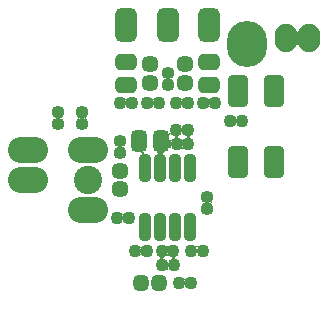
<source format=gbr>
%TF.GenerationSoftware,KiCad,Pcbnew,(6.0.5)*%
%TF.CreationDate,2022-06-14T23:06:24-04:00*%
%TF.ProjectId,1bp-m3,3162702d-6d33-42e6-9b69-6361645f7063,A*%
%TF.SameCoordinates,Original*%
%TF.FileFunction,Soldermask,Top*%
%TF.FilePolarity,Negative*%
%FSLAX46Y46*%
G04 Gerber Fmt 4.6, Leading zero omitted, Abs format (unit mm)*
G04 Created by KiCad (PCBNEW (6.0.5)) date 2022-06-14 23:06:24*
%MOMM*%
%LPD*%
G01*
G04 APERTURE LIST*
G04 Aperture macros list*
%AMRoundRect*
0 Rectangle with rounded corners*
0 $1 Rounding radius*
0 $2 $3 $4 $5 $6 $7 $8 $9 X,Y pos of 4 corners*
0 Add a 4 corners polygon primitive as box body*
4,1,4,$2,$3,$4,$5,$6,$7,$8,$9,$2,$3,0*
0 Add four circle primitives for the rounded corners*
1,1,$1+$1,$2,$3*
1,1,$1+$1,$4,$5*
1,1,$1+$1,$6,$7*
1,1,$1+$1,$8,$9*
0 Add four rect primitives between the rounded corners*
20,1,$1+$1,$2,$3,$4,$5,0*
20,1,$1+$1,$4,$5,$6,$7,0*
20,1,$1+$1,$6,$7,$8,$9,0*
20,1,$1+$1,$8,$9,$2,$3,0*%
G04 Aperture macros list end*
%ADD10C,2.400000*%
%ADD11O,3.400000X2.200000*%
%ADD12RoundRect,0.575000X-0.375000X-0.875000X0.375000X-0.875000X0.375000X0.875000X-0.375000X0.875000X0*%
%ADD13RoundRect,0.335000X-0.185000X0.135000X-0.185000X-0.135000X0.185000X-0.135000X0.185000X0.135000X0*%
%ADD14RoundRect,0.335000X-0.135000X-0.185000X0.135000X-0.185000X0.135000X0.185000X-0.135000X0.185000X0*%
%ADD15RoundRect,0.335000X0.135000X0.185000X-0.135000X0.185000X-0.135000X-0.185000X0.135000X-0.185000X0*%
%ADD16RoundRect,0.335000X0.185000X-0.135000X0.185000X0.135000X-0.185000X0.135000X-0.185000X-0.135000X0*%
%ADD17RoundRect,0.450000X-0.475000X0.250000X-0.475000X-0.250000X0.475000X-0.250000X0.475000X0.250000X0*%
%ADD18RoundRect,0.425000X-0.250000X0.225000X-0.250000X-0.225000X0.250000X-0.225000X0.250000X0.225000X0*%
%ADD19RoundRect,0.425000X0.225000X0.250000X-0.225000X0.250000X-0.225000X-0.250000X0.225000X-0.250000X0*%
%ADD20RoundRect,0.340000X-0.140000X-0.170000X0.140000X-0.170000X0.140000X0.170000X-0.140000X0.170000X0*%
%ADD21RoundRect,0.350000X-0.150000X0.825000X-0.150000X-0.825000X0.150000X-0.825000X0.150000X0.825000X0*%
%ADD22RoundRect,0.450000X-0.250000X-0.475000X0.250000X-0.475000X0.250000X0.475000X-0.250000X0.475000X0*%
%ADD23RoundRect,0.450000X-0.412500X-0.925000X0.412500X-0.925000X0.412500X0.925000X-0.412500X0.925000X0*%
%ADD24O,1.900000X2.400000*%
%ADD25O,3.400000X3.900000*%
G04 APERTURE END LIST*
D10*
X123000000Y-93040000D03*
D11*
X117920000Y-90500000D03*
X123000000Y-90500000D03*
X117920000Y-93040000D03*
X123000000Y-95580000D03*
D12*
X126250000Y-79900000D03*
X133250000Y-79900000D03*
D13*
X129750007Y-83990009D03*
X129750007Y-85010009D03*
D14*
X130490000Y-86500000D03*
X131510000Y-86500000D03*
D15*
X129010000Y-86500000D03*
X127990000Y-86500000D03*
D16*
X125749990Y-90760010D03*
X125749990Y-89740010D03*
D15*
X126760000Y-86500000D03*
X125740000Y-86500000D03*
D14*
X130740000Y-101750000D03*
X131760000Y-101750000D03*
X126990000Y-99000000D03*
X128010000Y-99000000D03*
X132740000Y-86500000D03*
X133760000Y-86500000D03*
D17*
X126250000Y-83050000D03*
X126250000Y-84950000D03*
X133250000Y-83050000D03*
X133250000Y-84950000D03*
D18*
X125750000Y-92225000D03*
X125750000Y-93775000D03*
X128250010Y-83225010D03*
X128250010Y-84775010D03*
D19*
X129025000Y-101750000D03*
X127475000Y-101750000D03*
D18*
X131250000Y-83225000D03*
X131250000Y-84775000D03*
D12*
X129750000Y-79900000D03*
D14*
X130490000Y-88750000D03*
X131510000Y-88750000D03*
D16*
X133100000Y-95510000D03*
X133100000Y-94490000D03*
X122500000Y-88260000D03*
X122500000Y-87240000D03*
X120500000Y-88260000D03*
X120500000Y-87240000D03*
D20*
X130520000Y-90000000D03*
X131480000Y-90000000D03*
X129270000Y-99000000D03*
X130230000Y-99000000D03*
D14*
X129240000Y-100250000D03*
X130260000Y-100250000D03*
D20*
X131770002Y-99000005D03*
X132730002Y-99000005D03*
D21*
X131655007Y-92024989D03*
X130385007Y-92024989D03*
X129115007Y-92024989D03*
X127845007Y-92024989D03*
X127845007Y-96974989D03*
X129115007Y-96974989D03*
X130385007Y-96974989D03*
X131655007Y-96974989D03*
D22*
X127300010Y-89750011D03*
X129200010Y-89750011D03*
D23*
X135712500Y-91500000D03*
X138787500Y-91500000D03*
D14*
X134990000Y-88000000D03*
X136010000Y-88000000D03*
D23*
X135712492Y-85500007D03*
X138787492Y-85500007D03*
D14*
X125490000Y-96250000D03*
X126510000Y-96250000D03*
D24*
X141750000Y-81000000D03*
X139750000Y-81000000D03*
D25*
X136500000Y-81500000D03*
G36*
X131156720Y-101384331D02*
G01*
X131206306Y-101421951D01*
X131275356Y-101427335D01*
X131336547Y-101394431D01*
X131340559Y-101389801D01*
X131342449Y-101389147D01*
X131343960Y-101390457D01*
X131343883Y-101391956D01*
X131303358Y-101478863D01*
X131292000Y-101565132D01*
X131292000Y-101934868D01*
X131303358Y-102021137D01*
X131346302Y-102113231D01*
X131346127Y-102115223D01*
X131344315Y-102116068D01*
X131343280Y-102115669D01*
X131293694Y-102078049D01*
X131224644Y-102072665D01*
X131163453Y-102105569D01*
X131159441Y-102110199D01*
X131157551Y-102110853D01*
X131156040Y-102109543D01*
X131156117Y-102108044D01*
X131196642Y-102021137D01*
X131208000Y-101934868D01*
X131208000Y-101565132D01*
X131196642Y-101478863D01*
X131153698Y-101386769D01*
X131153873Y-101384777D01*
X131155685Y-101383932D01*
X131156720Y-101384331D01*
G37*
G36*
X129656720Y-99884331D02*
G01*
X129706306Y-99921951D01*
X129775356Y-99927335D01*
X129836547Y-99894431D01*
X129840559Y-99889801D01*
X129842449Y-99889147D01*
X129843960Y-99890457D01*
X129843883Y-99891956D01*
X129803358Y-99978863D01*
X129792000Y-100065132D01*
X129792000Y-100434868D01*
X129803358Y-100521137D01*
X129846302Y-100613231D01*
X129846127Y-100615223D01*
X129844315Y-100616068D01*
X129843280Y-100615669D01*
X129793694Y-100578049D01*
X129724644Y-100572665D01*
X129663453Y-100605569D01*
X129659441Y-100610199D01*
X129657551Y-100610853D01*
X129656040Y-100609543D01*
X129656117Y-100608044D01*
X129696642Y-100521137D01*
X129708000Y-100434868D01*
X129708000Y-100065132D01*
X129696642Y-99978863D01*
X129653698Y-99886769D01*
X129653873Y-99884777D01*
X129655685Y-99883932D01*
X129656720Y-99884331D01*
G37*
G36*
X130445220Y-99499088D02*
G01*
X130445481Y-99501071D01*
X130444800Y-99501930D01*
X130391586Y-99540188D01*
X130366137Y-99604602D01*
X130379552Y-99672547D01*
X130427716Y-99722604D01*
X130447876Y-99731811D01*
X130462344Y-99736892D01*
X130463647Y-99738409D01*
X130462984Y-99740296D01*
X130461420Y-99740762D01*
X130394868Y-99732000D01*
X130125132Y-99732000D01*
X130048905Y-99742036D01*
X130047057Y-99741271D01*
X130046796Y-99739288D01*
X130047477Y-99738429D01*
X130098413Y-99701809D01*
X130123862Y-99637396D01*
X130110448Y-99569450D01*
X130062284Y-99519393D01*
X130042124Y-99510186D01*
X130021560Y-99502964D01*
X130020257Y-99501447D01*
X130020920Y-99499560D01*
X130022484Y-99499094D01*
X130090132Y-99508000D01*
X130369868Y-99508000D01*
X130443372Y-99498323D01*
X130445220Y-99499088D01*
G37*
G36*
X129130132Y-99508000D02*
G01*
X129409868Y-99508000D01*
X129477516Y-99499094D01*
X129479364Y-99499859D01*
X129479625Y-99501842D01*
X129478440Y-99502964D01*
X129458063Y-99510120D01*
X129401587Y-99550723D01*
X129376138Y-99615136D01*
X129389552Y-99683082D01*
X129437716Y-99733139D01*
X129447527Y-99737620D01*
X129448687Y-99739249D01*
X129447856Y-99741068D01*
X129446435Y-99741422D01*
X129374868Y-99732000D01*
X129105132Y-99732000D01*
X129038580Y-99740762D01*
X129036732Y-99739997D01*
X129036471Y-99738014D01*
X129037656Y-99736892D01*
X129051937Y-99731877D01*
X129108413Y-99691274D01*
X129133862Y-99626861D01*
X129120448Y-99558915D01*
X129072284Y-99508858D01*
X129058356Y-99502496D01*
X129057196Y-99500867D01*
X129058027Y-99499048D01*
X129059448Y-99498694D01*
X129130132Y-99508000D01*
G37*
G36*
X132251220Y-99168418D02*
G01*
X132251985Y-99169744D01*
X132263530Y-99257436D01*
X132313154Y-99363857D01*
X132372339Y-99423042D01*
X132372857Y-99424974D01*
X132371443Y-99426388D01*
X132369737Y-99426065D01*
X132349392Y-99411038D01*
X132349313Y-99410960D01*
X132293695Y-99368764D01*
X132224645Y-99363381D01*
X132163455Y-99396285D01*
X132150967Y-99410696D01*
X132150960Y-99410690D01*
X132150612Y-99411038D01*
X132130267Y-99426065D01*
X132128280Y-99426289D01*
X132127092Y-99424681D01*
X132127665Y-99423042D01*
X132186850Y-99363857D01*
X132236474Y-99257436D01*
X132248019Y-99169744D01*
X132249237Y-99168157D01*
X132251220Y-99168418D01*
G37*
G36*
X129751218Y-99168413D02*
G01*
X129751983Y-99169739D01*
X129763528Y-99257431D01*
X129813152Y-99363852D01*
X129872337Y-99423037D01*
X129872855Y-99424969D01*
X129871441Y-99426383D01*
X129869735Y-99426060D01*
X129849390Y-99411033D01*
X129849311Y-99410955D01*
X129793693Y-99368759D01*
X129724643Y-99363376D01*
X129663453Y-99396280D01*
X129650965Y-99410691D01*
X129650958Y-99410685D01*
X129650610Y-99411033D01*
X129630265Y-99426060D01*
X129628278Y-99426284D01*
X129627090Y-99424676D01*
X129627663Y-99423037D01*
X129686848Y-99363852D01*
X129736472Y-99257431D01*
X129748017Y-99169739D01*
X129749235Y-99168152D01*
X129751218Y-99168413D01*
G37*
G36*
X127406720Y-98634331D02*
G01*
X127456306Y-98671951D01*
X127525356Y-98677335D01*
X127586547Y-98644431D01*
X127590559Y-98639801D01*
X127592449Y-98639147D01*
X127593960Y-98640457D01*
X127593883Y-98641956D01*
X127553358Y-98728863D01*
X127542000Y-98815132D01*
X127542000Y-99184868D01*
X127553358Y-99271137D01*
X127596302Y-99363231D01*
X127596127Y-99365223D01*
X127594315Y-99366068D01*
X127593280Y-99365669D01*
X127543694Y-99328049D01*
X127474644Y-99322665D01*
X127413453Y-99355569D01*
X127409441Y-99360199D01*
X127407551Y-99360853D01*
X127406040Y-99359543D01*
X127406117Y-99358044D01*
X127446642Y-99271137D01*
X127458000Y-99184868D01*
X127458000Y-98815132D01*
X127446642Y-98728863D01*
X127403698Y-98636769D01*
X127403873Y-98634777D01*
X127405685Y-98633932D01*
X127406720Y-98634331D01*
G37*
G36*
X132130267Y-98573945D02*
G01*
X132150612Y-98588972D01*
X132150691Y-98589050D01*
X132206309Y-98631246D01*
X132275359Y-98636629D01*
X132336549Y-98603725D01*
X132349037Y-98589314D01*
X132349044Y-98589320D01*
X132349392Y-98588972D01*
X132369737Y-98573945D01*
X132371724Y-98573721D01*
X132372912Y-98575329D01*
X132372339Y-98576968D01*
X132313154Y-98636153D01*
X132263530Y-98742574D01*
X132251985Y-98830266D01*
X132250767Y-98831853D01*
X132248784Y-98831592D01*
X132248019Y-98830266D01*
X132236474Y-98742574D01*
X132186850Y-98636153D01*
X132127665Y-98576968D01*
X132127147Y-98575036D01*
X132128561Y-98573622D01*
X132130267Y-98573945D01*
G37*
G36*
X129630265Y-98573940D02*
G01*
X129650610Y-98588967D01*
X129650689Y-98589045D01*
X129706307Y-98631241D01*
X129775357Y-98636624D01*
X129836547Y-98603720D01*
X129849035Y-98589309D01*
X129849042Y-98589315D01*
X129849390Y-98588967D01*
X129869735Y-98573940D01*
X129871722Y-98573716D01*
X129872910Y-98575324D01*
X129872337Y-98576963D01*
X129813152Y-98636148D01*
X129763528Y-98742569D01*
X129751983Y-98830261D01*
X129750765Y-98831848D01*
X129748782Y-98831587D01*
X129748017Y-98830261D01*
X129736472Y-98742569D01*
X129686848Y-98636148D01*
X129627663Y-98576963D01*
X129627145Y-98575031D01*
X129628559Y-98573617D01*
X129630265Y-98573940D01*
G37*
G36*
X125906720Y-95884331D02*
G01*
X125956306Y-95921951D01*
X126025356Y-95927335D01*
X126086547Y-95894431D01*
X126090559Y-95889801D01*
X126092449Y-95889147D01*
X126093960Y-95890457D01*
X126093883Y-95891956D01*
X126053358Y-95978863D01*
X126042000Y-96065132D01*
X126042000Y-96434868D01*
X126053358Y-96521137D01*
X126096302Y-96613231D01*
X126096127Y-96615223D01*
X126094315Y-96616068D01*
X126093280Y-96615669D01*
X126043694Y-96578049D01*
X125974644Y-96572665D01*
X125913453Y-96605569D01*
X125909441Y-96610199D01*
X125907551Y-96610853D01*
X125906040Y-96609543D01*
X125906117Y-96608044D01*
X125946642Y-96521137D01*
X125958000Y-96434868D01*
X125958000Y-96065132D01*
X125946642Y-95978863D01*
X125903698Y-95886769D01*
X125903873Y-95884777D01*
X125905685Y-95883932D01*
X125906720Y-95884331D01*
G37*
G36*
X133465223Y-94903873D02*
G01*
X133466068Y-94905685D01*
X133465669Y-94906720D01*
X133428049Y-94956306D01*
X133422665Y-95025356D01*
X133455569Y-95086547D01*
X133460199Y-95090559D01*
X133460853Y-95092449D01*
X133459543Y-95093960D01*
X133458044Y-95093883D01*
X133371137Y-95053358D01*
X133284868Y-95042000D01*
X132915132Y-95042000D01*
X132828863Y-95053358D01*
X132736769Y-95096302D01*
X132734777Y-95096127D01*
X132733932Y-95094315D01*
X132734331Y-95093280D01*
X132771951Y-95043694D01*
X132777335Y-94974644D01*
X132744431Y-94913453D01*
X132739801Y-94909441D01*
X132739147Y-94907551D01*
X132740457Y-94906040D01*
X132741956Y-94906117D01*
X132828863Y-94946642D01*
X132915132Y-94958000D01*
X133284868Y-94958000D01*
X133371137Y-94946642D01*
X133463231Y-94903698D01*
X133465223Y-94903873D01*
G37*
G36*
X127823271Y-90577643D02*
G01*
X127822502Y-90579455D01*
X127764220Y-90624176D01*
X127765160Y-90625401D01*
X127765421Y-90627384D01*
X127764828Y-90628176D01*
X127731675Y-90654897D01*
X127709807Y-90720613D01*
X127726941Y-90787718D01*
X127777677Y-90834949D01*
X127833101Y-90848043D01*
X127834557Y-90849414D01*
X127834097Y-90851360D01*
X127832641Y-90851989D01*
X127695154Y-90851989D01*
X127595029Y-90866685D01*
X127514932Y-90906011D01*
X127512937Y-90905877D01*
X127512056Y-90904082D01*
X127512852Y-90902616D01*
X127518199Y-90898609D01*
X127559855Y-90842898D01*
X127564756Y-90773814D01*
X127531531Y-90713047D01*
X127470560Y-90679799D01*
X127444462Y-90677000D01*
X127442846Y-90675821D01*
X127443059Y-90673832D01*
X127444675Y-90673011D01*
X127549917Y-90673011D01*
X127633899Y-90665072D01*
X127759632Y-90620918D01*
X127820096Y-90576259D01*
X127822083Y-90576035D01*
X127823271Y-90577643D01*
G37*
G36*
X128866121Y-90665072D02*
G01*
X128950103Y-90673011D01*
X129449917Y-90673011D01*
X129481788Y-90669998D01*
X129483606Y-90670830D01*
X129483794Y-90672822D01*
X129482785Y-90673818D01*
X129426205Y-90698849D01*
X129388070Y-90756663D01*
X129387246Y-90825917D01*
X129424130Y-90884839D01*
X129431862Y-90891150D01*
X129446917Y-90902434D01*
X129447704Y-90904273D01*
X129446504Y-90905873D01*
X129444840Y-90905831D01*
X129364400Y-90866510D01*
X129264862Y-90851989D01*
X128965154Y-90851989D01*
X128865029Y-90866685D01*
X128784933Y-90906011D01*
X128782938Y-90905877D01*
X128782057Y-90904082D01*
X128782853Y-90902616D01*
X128796342Y-90892506D01*
X128796839Y-90892233D01*
X128817266Y-90884575D01*
X128872879Y-90842799D01*
X128896973Y-90777867D01*
X128882139Y-90710216D01*
X128832910Y-90661152D01*
X128821376Y-90655645D01*
X128788855Y-90642175D01*
X128787637Y-90640588D01*
X128788402Y-90638740D01*
X128790283Y-90638440D01*
X128866121Y-90665072D01*
G37*
G36*
X131001218Y-90168413D02*
G01*
X131001983Y-90169739D01*
X131013528Y-90257431D01*
X131063152Y-90363852D01*
X131122337Y-90423037D01*
X131122855Y-90424969D01*
X131121441Y-90426383D01*
X131119735Y-90426060D01*
X131099390Y-90411033D01*
X131099311Y-90410955D01*
X131043693Y-90368759D01*
X130974643Y-90363376D01*
X130913453Y-90396280D01*
X130900965Y-90410691D01*
X130900958Y-90410685D01*
X130900610Y-90411033D01*
X130880265Y-90426060D01*
X130878278Y-90426284D01*
X130877090Y-90424676D01*
X130877663Y-90423037D01*
X130936848Y-90363852D01*
X130986472Y-90257431D01*
X130998017Y-90169739D01*
X130999235Y-90168152D01*
X131001218Y-90168413D01*
G37*
G36*
X129901929Y-89536091D02*
G01*
X129921605Y-89603103D01*
X129973948Y-89648458D01*
X130042501Y-89658315D01*
X130103251Y-89630571D01*
X130105242Y-89630761D01*
X130106073Y-89632580D01*
X130105496Y-89633804D01*
X130103152Y-89636148D01*
X130053528Y-89742569D01*
X130042000Y-89830132D01*
X130042000Y-90169868D01*
X130053528Y-90257431D01*
X130092531Y-90341074D01*
X130092356Y-90343066D01*
X130090544Y-90343911D01*
X130089109Y-90343107D01*
X130087807Y-90341344D01*
X130032392Y-90299303D01*
X129963343Y-90293919D01*
X129902264Y-90326763D01*
X129874987Y-90367302D01*
X129867174Y-90386166D01*
X129865587Y-90387384D01*
X129863739Y-90386619D01*
X129863439Y-90384738D01*
X129890071Y-90308900D01*
X129898010Y-90224918D01*
X129898010Y-89536654D01*
X129899010Y-89534922D01*
X129901010Y-89534922D01*
X129901929Y-89536091D01*
G37*
G36*
X126115213Y-90153883D02*
G01*
X126116058Y-90155695D01*
X126115659Y-90156730D01*
X126078039Y-90206316D01*
X126072655Y-90275366D01*
X126105559Y-90336557D01*
X126110189Y-90340569D01*
X126110843Y-90342459D01*
X126109533Y-90343970D01*
X126108034Y-90343893D01*
X126021127Y-90303368D01*
X125934858Y-90292010D01*
X125565122Y-90292010D01*
X125478853Y-90303368D01*
X125386759Y-90346312D01*
X125384767Y-90346137D01*
X125383922Y-90344325D01*
X125384321Y-90343290D01*
X125421941Y-90293704D01*
X125427325Y-90224654D01*
X125394421Y-90163463D01*
X125389791Y-90159451D01*
X125389137Y-90157561D01*
X125390447Y-90156050D01*
X125391946Y-90156127D01*
X125478853Y-90196652D01*
X125565122Y-90208010D01*
X125934858Y-90208010D01*
X126021127Y-90196652D01*
X126113221Y-90153708D01*
X126115213Y-90153883D01*
G37*
G36*
X130880265Y-89573940D02*
G01*
X130900610Y-89588967D01*
X130900689Y-89589045D01*
X130956307Y-89631241D01*
X131025357Y-89636624D01*
X131086547Y-89603720D01*
X131099035Y-89589309D01*
X131099042Y-89589315D01*
X131099390Y-89588967D01*
X131119735Y-89573940D01*
X131121722Y-89573716D01*
X131122910Y-89575324D01*
X131122337Y-89576963D01*
X131063152Y-89636148D01*
X131013528Y-89742569D01*
X131001983Y-89830261D01*
X131000765Y-89831848D01*
X130998782Y-89831587D01*
X130998017Y-89830261D01*
X130986472Y-89742569D01*
X130936848Y-89636148D01*
X130877663Y-89576963D01*
X130877145Y-89575031D01*
X130878559Y-89573617D01*
X130880265Y-89573940D01*
G37*
G36*
X130702943Y-89258729D02*
G01*
X130703204Y-89260712D01*
X130702523Y-89261571D01*
X130651587Y-89298191D01*
X130626138Y-89362604D01*
X130639552Y-89430550D01*
X130687716Y-89480607D01*
X130707876Y-89489814D01*
X130728440Y-89497036D01*
X130729743Y-89498553D01*
X130729080Y-89500440D01*
X130727516Y-89500906D01*
X130659868Y-89492000D01*
X130380132Y-89492000D01*
X130306628Y-89501677D01*
X130304780Y-89500912D01*
X130304519Y-89498929D01*
X130305200Y-89498070D01*
X130358414Y-89459812D01*
X130383863Y-89395398D01*
X130370448Y-89327453D01*
X130322284Y-89277396D01*
X130302124Y-89268189D01*
X130287656Y-89263108D01*
X130286353Y-89261591D01*
X130287016Y-89259704D01*
X130288580Y-89259238D01*
X130355132Y-89268000D01*
X130624868Y-89268000D01*
X130701095Y-89257964D01*
X130702943Y-89258729D01*
G37*
G36*
X131375132Y-89268000D02*
G01*
X131644868Y-89268000D01*
X131711420Y-89259238D01*
X131713268Y-89260003D01*
X131713529Y-89261986D01*
X131712344Y-89263108D01*
X131698063Y-89268123D01*
X131641587Y-89308726D01*
X131616138Y-89373139D01*
X131629552Y-89441085D01*
X131677716Y-89491142D01*
X131691644Y-89497504D01*
X131692804Y-89499133D01*
X131691973Y-89500952D01*
X131690552Y-89501306D01*
X131619868Y-89492000D01*
X131340132Y-89492000D01*
X131272484Y-89500906D01*
X131270636Y-89500141D01*
X131270375Y-89498158D01*
X131271560Y-89497036D01*
X131291937Y-89489880D01*
X131348413Y-89449277D01*
X131373862Y-89384864D01*
X131360448Y-89316918D01*
X131312284Y-89266861D01*
X131302473Y-89262380D01*
X131301313Y-89260751D01*
X131302144Y-89258932D01*
X131303565Y-89258578D01*
X131375132Y-89268000D01*
G37*
G36*
X130021170Y-88916865D02*
G01*
X130022000Y-88918487D01*
X130022000Y-88934868D01*
X130033358Y-89021137D01*
X130082248Y-89125984D01*
X130140459Y-89184195D01*
X130140977Y-89186127D01*
X130139563Y-89187541D01*
X130137857Y-89187218D01*
X130104049Y-89162247D01*
X130103056Y-89162680D01*
X130102071Y-89162286D01*
X130065312Y-89134400D01*
X129996263Y-89129017D01*
X129935267Y-89161818D01*
X129901628Y-89222493D01*
X129900150Y-89255444D01*
X129899073Y-89257129D01*
X129897075Y-89257040D01*
X129896161Y-89255542D01*
X129890071Y-89191122D01*
X129845917Y-89065389D01*
X129794796Y-88996177D01*
X129794572Y-88994190D01*
X129796180Y-88993002D01*
X129797584Y-88993374D01*
X129853421Y-89034145D01*
X129922556Y-89038264D01*
X129982943Y-89004351D01*
X130015502Y-88943000D01*
X130018010Y-88918285D01*
X130019180Y-88916663D01*
X130021170Y-88916865D01*
G37*
G36*
X130906720Y-88384331D02*
G01*
X130956306Y-88421951D01*
X131025356Y-88427335D01*
X131086547Y-88394431D01*
X131090559Y-88389801D01*
X131092449Y-88389147D01*
X131093960Y-88390457D01*
X131093883Y-88391956D01*
X131053358Y-88478863D01*
X131042000Y-88565132D01*
X131042000Y-88934868D01*
X131053358Y-89021137D01*
X131096302Y-89113231D01*
X131096127Y-89115223D01*
X131094315Y-89116068D01*
X131093280Y-89115669D01*
X131043694Y-89078049D01*
X130974644Y-89072665D01*
X130913453Y-89105569D01*
X130909441Y-89110199D01*
X130907551Y-89110853D01*
X130906040Y-89109543D01*
X130906117Y-89108044D01*
X130946642Y-89021137D01*
X130958000Y-88934868D01*
X130958000Y-88565132D01*
X130946642Y-88478863D01*
X130903698Y-88386769D01*
X130903873Y-88384777D01*
X130905685Y-88383932D01*
X130906720Y-88384331D01*
G37*
G36*
X135406720Y-87634331D02*
G01*
X135456306Y-87671951D01*
X135525356Y-87677335D01*
X135586547Y-87644431D01*
X135590559Y-87639801D01*
X135592449Y-87639147D01*
X135593960Y-87640457D01*
X135593883Y-87641956D01*
X135553358Y-87728863D01*
X135542000Y-87815132D01*
X135542000Y-88184868D01*
X135553358Y-88271137D01*
X135596302Y-88363231D01*
X135596127Y-88365223D01*
X135594315Y-88366068D01*
X135593280Y-88365669D01*
X135543694Y-88328049D01*
X135474644Y-88322665D01*
X135413453Y-88355569D01*
X135409441Y-88360199D01*
X135407551Y-88360853D01*
X135406040Y-88359543D01*
X135406117Y-88358044D01*
X135446642Y-88271137D01*
X135458000Y-88184868D01*
X135458000Y-87815132D01*
X135446642Y-87728863D01*
X135403698Y-87636769D01*
X135403873Y-87634777D01*
X135405685Y-87633932D01*
X135406720Y-87634331D01*
G37*
G36*
X122865223Y-87653873D02*
G01*
X122866068Y-87655685D01*
X122865669Y-87656720D01*
X122828049Y-87706306D01*
X122822665Y-87775356D01*
X122855569Y-87836547D01*
X122860199Y-87840559D01*
X122860853Y-87842449D01*
X122859543Y-87843960D01*
X122858044Y-87843883D01*
X122771137Y-87803358D01*
X122684868Y-87792000D01*
X122315132Y-87792000D01*
X122228863Y-87803358D01*
X122136769Y-87846302D01*
X122134777Y-87846127D01*
X122133932Y-87844315D01*
X122134331Y-87843280D01*
X122171951Y-87793694D01*
X122177335Y-87724644D01*
X122144431Y-87663453D01*
X122139801Y-87659441D01*
X122139147Y-87657551D01*
X122140457Y-87656040D01*
X122141956Y-87656117D01*
X122228863Y-87696642D01*
X122315132Y-87708000D01*
X122684868Y-87708000D01*
X122771137Y-87696642D01*
X122863231Y-87653698D01*
X122865223Y-87653873D01*
G37*
G36*
X120865223Y-87653873D02*
G01*
X120866068Y-87655685D01*
X120865669Y-87656720D01*
X120828049Y-87706306D01*
X120822665Y-87775356D01*
X120855569Y-87836547D01*
X120860199Y-87840559D01*
X120860853Y-87842449D01*
X120859543Y-87843960D01*
X120858044Y-87843883D01*
X120771137Y-87803358D01*
X120684868Y-87792000D01*
X120315132Y-87792000D01*
X120228863Y-87803358D01*
X120136769Y-87846302D01*
X120134777Y-87846127D01*
X120133932Y-87844315D01*
X120134331Y-87843280D01*
X120171951Y-87793694D01*
X120177335Y-87724644D01*
X120144431Y-87663453D01*
X120139801Y-87659441D01*
X120139147Y-87657551D01*
X120140457Y-87656040D01*
X120141956Y-87656117D01*
X120228863Y-87696642D01*
X120315132Y-87708000D01*
X120684868Y-87708000D01*
X120771137Y-87696642D01*
X120863231Y-87653698D01*
X120865223Y-87653873D01*
G37*
G36*
X130906720Y-86134331D02*
G01*
X130956306Y-86171951D01*
X131025356Y-86177335D01*
X131086547Y-86144431D01*
X131090559Y-86139801D01*
X131092449Y-86139147D01*
X131093960Y-86140457D01*
X131093883Y-86141956D01*
X131053358Y-86228863D01*
X131042000Y-86315132D01*
X131042000Y-86684868D01*
X131053358Y-86771137D01*
X131096302Y-86863231D01*
X131096127Y-86865223D01*
X131094315Y-86866068D01*
X131093280Y-86865669D01*
X131043694Y-86828049D01*
X130974644Y-86822665D01*
X130913453Y-86855569D01*
X130909441Y-86860199D01*
X130907551Y-86860853D01*
X130906040Y-86859543D01*
X130906117Y-86858044D01*
X130946642Y-86771137D01*
X130958000Y-86684868D01*
X130958000Y-86315132D01*
X130946642Y-86228863D01*
X130903698Y-86136769D01*
X130903873Y-86134777D01*
X130905685Y-86133932D01*
X130906720Y-86134331D01*
G37*
G36*
X128406720Y-86134331D02*
G01*
X128456306Y-86171951D01*
X128525356Y-86177335D01*
X128586547Y-86144431D01*
X128590559Y-86139801D01*
X128592449Y-86139147D01*
X128593960Y-86140457D01*
X128593883Y-86141956D01*
X128553358Y-86228863D01*
X128542000Y-86315132D01*
X128542000Y-86684868D01*
X128553358Y-86771137D01*
X128596302Y-86863231D01*
X128596127Y-86865223D01*
X128594315Y-86866068D01*
X128593280Y-86865669D01*
X128543694Y-86828049D01*
X128474644Y-86822665D01*
X128413453Y-86855569D01*
X128409441Y-86860199D01*
X128407551Y-86860853D01*
X128406040Y-86859543D01*
X128406117Y-86858044D01*
X128446642Y-86771137D01*
X128458000Y-86684868D01*
X128458000Y-86315132D01*
X128446642Y-86228863D01*
X128403698Y-86136769D01*
X128403873Y-86134777D01*
X128405685Y-86133932D01*
X128406720Y-86134331D01*
G37*
G36*
X126156720Y-86134331D02*
G01*
X126206306Y-86171951D01*
X126275356Y-86177335D01*
X126336547Y-86144431D01*
X126340559Y-86139801D01*
X126342449Y-86139147D01*
X126343960Y-86140457D01*
X126343883Y-86141956D01*
X126303358Y-86228863D01*
X126292000Y-86315132D01*
X126292000Y-86684868D01*
X126303358Y-86771137D01*
X126346302Y-86863231D01*
X126346127Y-86865223D01*
X126344315Y-86866068D01*
X126343280Y-86865669D01*
X126293694Y-86828049D01*
X126224644Y-86822665D01*
X126163453Y-86855569D01*
X126159441Y-86860199D01*
X126157551Y-86860853D01*
X126156040Y-86859543D01*
X126156117Y-86858044D01*
X126196642Y-86771137D01*
X126208000Y-86684868D01*
X126208000Y-86315132D01*
X126196642Y-86228863D01*
X126153698Y-86136769D01*
X126153873Y-86134777D01*
X126155685Y-86133932D01*
X126156720Y-86134331D01*
G37*
G36*
X133156720Y-86134331D02*
G01*
X133206306Y-86171951D01*
X133275356Y-86177335D01*
X133336547Y-86144431D01*
X133340559Y-86139801D01*
X133342449Y-86139147D01*
X133343960Y-86140457D01*
X133343883Y-86141956D01*
X133303358Y-86228863D01*
X133292000Y-86315132D01*
X133292000Y-86684868D01*
X133303358Y-86771137D01*
X133346302Y-86863231D01*
X133346127Y-86865223D01*
X133344315Y-86866068D01*
X133343280Y-86865669D01*
X133293694Y-86828049D01*
X133224644Y-86822665D01*
X133163453Y-86855569D01*
X133159441Y-86860199D01*
X133157551Y-86860853D01*
X133156040Y-86859543D01*
X133156117Y-86858044D01*
X133196642Y-86771137D01*
X133208000Y-86684868D01*
X133208000Y-86315132D01*
X133196642Y-86228863D01*
X133153698Y-86136769D01*
X133153873Y-86134777D01*
X133155685Y-86133932D01*
X133156720Y-86134331D01*
G37*
G36*
X130115230Y-84403882D02*
G01*
X130116075Y-84405694D01*
X130115676Y-84406729D01*
X130078056Y-84456315D01*
X130072672Y-84525365D01*
X130105576Y-84586556D01*
X130110206Y-84590568D01*
X130110860Y-84592458D01*
X130109550Y-84593969D01*
X130108051Y-84593892D01*
X130021144Y-84553367D01*
X129934875Y-84542009D01*
X129565139Y-84542009D01*
X129478870Y-84553367D01*
X129386776Y-84596311D01*
X129384784Y-84596136D01*
X129383939Y-84594324D01*
X129384338Y-84593289D01*
X129421958Y-84543703D01*
X129427342Y-84474653D01*
X129394438Y-84413462D01*
X129389808Y-84409450D01*
X129389154Y-84407560D01*
X129390464Y-84406049D01*
X129391963Y-84406126D01*
X129478870Y-84446651D01*
X129565139Y-84458009D01*
X129934875Y-84458009D01*
X130021144Y-84446651D01*
X130113238Y-84403707D01*
X130115230Y-84403882D01*
G37*
G36*
X140629307Y-80388719D02*
G01*
X140633312Y-80396496D01*
X140633453Y-80396848D01*
X140633805Y-80398046D01*
X140635298Y-80400371D01*
X140635393Y-80400536D01*
X140638200Y-80405985D01*
X140638706Y-80406010D01*
X140639306Y-80406610D01*
X140671400Y-80456570D01*
X140734391Y-80485354D01*
X140802948Y-80475511D01*
X140855451Y-80430036D01*
X140861576Y-80418191D01*
X140863260Y-80417112D01*
X140865037Y-80418031D01*
X140865189Y-80419904D01*
X140846385Y-80463357D01*
X140807193Y-80650960D01*
X140802000Y-80750048D01*
X140802000Y-81249895D01*
X140821374Y-81440623D01*
X140874379Y-81609767D01*
X140873943Y-81611719D01*
X140872035Y-81612317D01*
X140870693Y-81611281D01*
X140866688Y-81603504D01*
X140866547Y-81603152D01*
X140866195Y-81601954D01*
X140864702Y-81599629D01*
X140864607Y-81599464D01*
X140861800Y-81594015D01*
X140861294Y-81593990D01*
X140860694Y-81593390D01*
X140828600Y-81543430D01*
X140765609Y-81514646D01*
X140697052Y-81524489D01*
X140644549Y-81569964D01*
X140638424Y-81581809D01*
X140636740Y-81582888D01*
X140634963Y-81581969D01*
X140634811Y-81580096D01*
X140653615Y-81536643D01*
X140692807Y-81349040D01*
X140698000Y-81249952D01*
X140698000Y-80750104D01*
X140678626Y-80559377D01*
X140625621Y-80390233D01*
X140626057Y-80388281D01*
X140627965Y-80387683D01*
X140629307Y-80388719D01*
G37*
M02*

</source>
